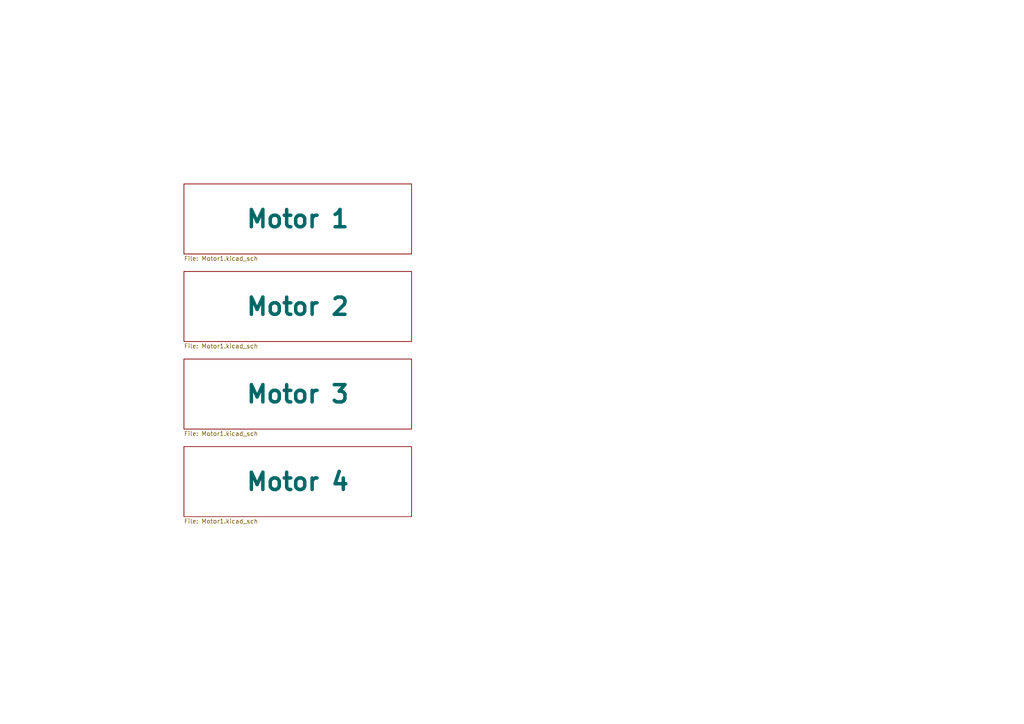
<source format=kicad_sch>
(kicad_sch (version 20230121) (generator eeschema)
  (paper "A4")
  (title_block (title "CAN 3D Printer (4 Motor) - Motor Drivers") (rev "1") (company "Abit Gray"))
  (lib_symbols)
  (sheet (at 53.34 129.54) (size 66.04 20.32) (stroke (width 0.1524))
    (property "Sheetname" "Motor 4" (at 86.36 139.7 0) (effects (font (size 5 5) bold)))
    (property "Sheetfile" "Motor1.kicad_sch" (at 53.34 150.4446 0) (effects (justify left top)))
  )
  (sheet (at 53.34 104.14) (size 66.04 20.32) (stroke (width 0.1524))
    (property "Sheetname" "Motor 3" (at 86.36 114.3 0) (effects (font (size 5 5) bold)))
    (property "Sheetfile" "Motor1.kicad_sch" (at 53.34 125.0446 0) (effects (justify left top)))
  )
  (sheet (at 53.34 53.34) (size 66.04 20.32) (stroke (width 0.1524))
    (property "Sheetname" "Motor 1" (at 86.36 63.5 0) (effects (font (size 5 5) bold)))
    (property "Sheetfile" "Motor1.kicad_sch" (at 53.34 74.2446 0) (effects (justify left top)))
  )
  (sheet (at 53.34 78.74) (size 66.04 20.32) (stroke (width 0.1524))
    (property "Sheetname" "Motor 2" (at 86.36 88.9 0) (effects (font (size 5 5) bold)))
    (property "Sheetfile" "Motor1.kicad_sch" (at 53.34 99.6446 0) (effects (justify left top)))
  )
)
</source>
